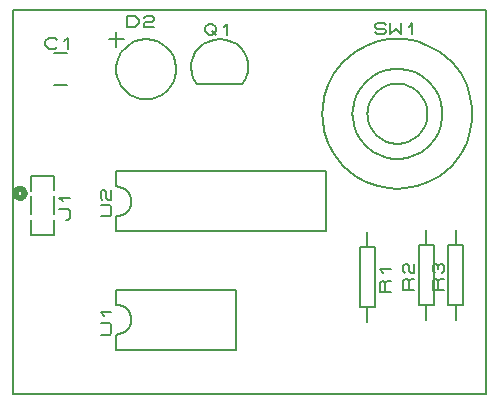
<source format=gbr>
G04 PROTEUS GERBER X2 FILE*
%TF.GenerationSoftware,Labcenter,Proteus,8.6-SP2-Build23525*%
%TF.CreationDate,2021-09-08T15:11:20+00:00*%
%TF.FileFunction,Legend,Top*%
%TF.FilePolarity,Positive*%
%TF.Part,Single*%
%FSLAX45Y45*%
%MOMM*%
G01*
%TA.AperFunction,Material*%
%ADD70C,0.200000*%
%ADD71C,0.203200*%
%ADD20C,0.508000*%
%ADD21C,0.152400*%
%TA.AperFunction,Profile*%
%ADD19C,0.203200*%
%TD.AperFunction*%
D70*
X+345000Y+3115000D02*
X+455000Y+3115000D01*
X+345000Y+3385000D02*
X+455000Y+3385000D01*
D71*
X+368250Y+3440720D02*
X+352375Y+3425480D01*
X+304750Y+3425480D01*
X+273000Y+3455960D01*
X+273000Y+3486440D01*
X+304750Y+3516920D01*
X+352375Y+3516920D01*
X+368250Y+3501680D01*
X+431750Y+3486440D02*
X+463500Y+3516920D01*
X+463500Y+3425480D01*
D20*
X+97600Y+2200000D02*
X+97469Y+2203158D01*
X+96403Y+2209476D01*
X+94172Y+2215794D01*
X+90527Y+2222112D01*
X+84952Y+2228351D01*
X+78634Y+2232947D01*
X+72316Y+2235880D01*
X+65998Y+2237542D01*
X+59680Y+2238100D01*
X+59500Y+2238100D01*
X+21400Y+2200000D02*
X+21531Y+2203158D01*
X+22597Y+2209476D01*
X+24828Y+2215794D01*
X+28473Y+2222112D01*
X+34048Y+2228351D01*
X+40366Y+2232947D01*
X+46684Y+2235880D01*
X+53002Y+2237542D01*
X+59320Y+2238100D01*
X+59500Y+2238100D01*
X+21400Y+2200000D02*
X+21531Y+2196842D01*
X+22597Y+2190524D01*
X+24828Y+2184206D01*
X+28473Y+2177888D01*
X+34048Y+2171649D01*
X+40366Y+2167053D01*
X+46684Y+2164120D01*
X+53002Y+2162458D01*
X+59320Y+2161900D01*
X+59500Y+2161900D01*
X+97600Y+2200000D02*
X+97469Y+2196842D01*
X+96403Y+2190524D01*
X+94172Y+2184206D01*
X+90527Y+2177888D01*
X+84952Y+2171649D01*
X+78634Y+2167053D01*
X+72316Y+2164120D01*
X+65998Y+2162458D01*
X+59680Y+2161900D01*
X+59500Y+2161900D01*
D21*
X+149340Y+2348920D02*
X+149340Y+2222407D01*
X+149340Y+1851080D02*
X+350000Y+1851080D01*
X+350000Y+1974809D01*
X+350000Y+2348920D02*
X+149340Y+2348920D01*
X+149340Y+1977593D02*
X+149340Y+1851080D01*
X+350000Y+2025191D02*
X+350000Y+2174809D01*
X+350000Y+2225191D02*
X+350000Y+2348920D01*
X+149340Y+2177593D02*
X+149340Y+2022407D01*
D71*
X+449060Y+1973000D02*
X+464300Y+1973000D01*
X+479540Y+1988875D01*
X+479540Y+2052375D01*
X+464300Y+2068250D01*
X+388100Y+2068250D01*
X+418580Y+2131750D02*
X+388100Y+2163500D01*
X+479540Y+2163500D01*
X+1381000Y+3250000D02*
X+1380173Y+3270483D01*
X+1373455Y+3311450D01*
X+1359437Y+3352417D01*
X+1336659Y+3393384D01*
X+1301859Y+3434229D01*
X+1260892Y+3465845D01*
X+1219925Y+3486392D01*
X+1178958Y+3498629D01*
X+1137991Y+3503762D01*
X+1127000Y+3504000D01*
X+873000Y+3250000D02*
X+873827Y+3270483D01*
X+880545Y+3311450D01*
X+894563Y+3352417D01*
X+917341Y+3393384D01*
X+952141Y+3434229D01*
X+993108Y+3465845D01*
X+1034075Y+3486392D01*
X+1075042Y+3498629D01*
X+1116009Y+3503762D01*
X+1127000Y+3504000D01*
X+873000Y+3250000D02*
X+873827Y+3229517D01*
X+880545Y+3188550D01*
X+894563Y+3147583D01*
X+917341Y+3106616D01*
X+952141Y+3065771D01*
X+993108Y+3034155D01*
X+1034075Y+3013608D01*
X+1075042Y+3001371D01*
X+1116009Y+2996238D01*
X+1127000Y+2996000D01*
X+1381000Y+3250000D02*
X+1380173Y+3229517D01*
X+1373455Y+3188550D01*
X+1359437Y+3147583D01*
X+1336659Y+3106616D01*
X+1301859Y+3065771D01*
X+1260892Y+3034155D01*
X+1219925Y+3013608D01*
X+1178958Y+3001371D01*
X+1137991Y+2996238D01*
X+1127000Y+2996000D01*
X+809500Y+3504000D02*
X+936500Y+3504000D01*
X+873000Y+3567500D02*
X+873000Y+3440500D01*
X+968250Y+3608140D02*
X+968250Y+3699580D01*
X+1031750Y+3699580D01*
X+1063500Y+3669100D01*
X+1063500Y+3638620D01*
X+1031750Y+3608140D01*
X+968250Y+3608140D01*
X+1111125Y+3684340D02*
X+1127000Y+3699580D01*
X+1174625Y+3699580D01*
X+1190500Y+3684340D01*
X+1190500Y+3669100D01*
X+1174625Y+3653860D01*
X+1127000Y+3653860D01*
X+1111125Y+3638620D01*
X+1111125Y+3608140D01*
X+1190500Y+3608140D01*
X+1559500Y+3123000D02*
X+1940500Y+3123000D01*
X+1508700Y+3250000D02*
X+1510883Y+3226312D01*
X+1516638Y+3203367D01*
X+1534100Y+3162688D01*
X+1559500Y+3123000D01*
X+1508700Y+3250000D02*
X+1509562Y+3301935D01*
X+1520953Y+3349963D01*
X+1541795Y+3393154D01*
X+1571009Y+3430578D01*
X+1607516Y+3461305D01*
X+1650236Y+3484404D01*
X+1698090Y+3498946D01*
X+1750000Y+3504000D01*
X+1991300Y+3250000D02*
X+1989117Y+3226312D01*
X+1983362Y+3203367D01*
X+1965900Y+3162688D01*
X+1940500Y+3123000D01*
X+1991300Y+3250000D02*
X+1990438Y+3301935D01*
X+1979047Y+3349963D01*
X+1958205Y+3393154D01*
X+1928991Y+3430578D01*
X+1892484Y+3461305D01*
X+1849764Y+3484404D01*
X+1801910Y+3498946D01*
X+1750000Y+3504000D01*
X+1623000Y+3605600D02*
X+1654750Y+3636080D01*
X+1686500Y+3636080D01*
X+1718250Y+3605600D01*
X+1718250Y+3575120D01*
X+1686500Y+3544640D01*
X+1654750Y+3544640D01*
X+1623000Y+3575120D01*
X+1623000Y+3605600D01*
X+1686500Y+3575120D02*
X+1718250Y+3544640D01*
X+1781750Y+3605600D02*
X+1813500Y+3636080D01*
X+1813500Y+3544640D01*
X+873000Y+1258000D02*
X+873000Y+1385000D01*
X+1889000Y+1385000D01*
X+1889000Y+877000D01*
X+873000Y+877000D01*
X+873000Y+1004000D01*
X+1000000Y+1131000D02*
X+997564Y+1156876D01*
X+990515Y+1180848D01*
X+979238Y+1202438D01*
X+964122Y+1221170D01*
X+945554Y+1236569D01*
X+923919Y+1248158D01*
X+899606Y+1255460D01*
X+873000Y+1258000D01*
X+1000000Y+1131000D02*
X+997564Y+1104394D01*
X+990515Y+1080081D01*
X+979238Y+1058446D01*
X+964122Y+1039878D01*
X+945554Y+1024762D01*
X+923919Y+1013485D01*
X+899606Y+1006436D01*
X+873000Y+1004000D01*
X+740920Y+1004000D02*
X+817120Y+1004000D01*
X+832360Y+1019875D01*
X+832360Y+1083375D01*
X+817120Y+1099250D01*
X+740920Y+1099250D01*
X+771400Y+1162750D02*
X+740920Y+1194500D01*
X+832360Y+1194500D01*
X+873000Y+2258000D02*
X+873000Y+2385000D01*
X+873000Y+1877000D02*
X+873000Y+2004000D01*
X+1000000Y+2131000D02*
X+997564Y+2156876D01*
X+990515Y+2180848D01*
X+979238Y+2202438D01*
X+964122Y+2221170D01*
X+945554Y+2236569D01*
X+923919Y+2248158D01*
X+899606Y+2255460D01*
X+873000Y+2258000D01*
X+1000000Y+2131000D02*
X+997564Y+2104394D01*
X+990515Y+2080081D01*
X+979238Y+2058446D01*
X+964122Y+2039878D01*
X+945554Y+2024762D01*
X+923919Y+2013485D01*
X+899606Y+2006436D01*
X+873000Y+2004000D01*
X+873000Y+1877000D02*
X+2651000Y+1877000D01*
X+2651000Y+2385000D01*
X+873000Y+2385000D01*
X+740920Y+2004000D02*
X+817120Y+2004000D01*
X+832360Y+2019875D01*
X+832360Y+2083375D01*
X+817120Y+2099250D01*
X+740920Y+2099250D01*
X+756160Y+2146875D02*
X+740920Y+2162750D01*
X+740920Y+2210375D01*
X+756160Y+2226250D01*
X+771400Y+2226250D01*
X+786640Y+2210375D01*
X+786640Y+2162750D01*
X+801880Y+2146875D01*
X+832360Y+2146875D01*
X+832360Y+2226250D01*
X+3889000Y+2873000D02*
X+3887119Y+2921845D01*
X+3871861Y+3019537D01*
X+3840155Y+3117229D01*
X+3789084Y+3214921D01*
X+3712220Y+3312613D01*
X+3614721Y+3395595D01*
X+3517029Y+3450963D01*
X+3419337Y+3486098D01*
X+3321645Y+3504387D01*
X+3254000Y+3508000D01*
X+2619000Y+2873000D02*
X+2620881Y+2921845D01*
X+2636139Y+3019537D01*
X+2667845Y+3117229D01*
X+2718916Y+3214921D01*
X+2795780Y+3312613D01*
X+2893279Y+3395595D01*
X+2990971Y+3450963D01*
X+3088663Y+3486098D01*
X+3186355Y+3504387D01*
X+3254000Y+3508000D01*
X+2619000Y+2873000D02*
X+2620881Y+2824155D01*
X+2636139Y+2726463D01*
X+2667845Y+2628771D01*
X+2718916Y+2531079D01*
X+2795780Y+2433387D01*
X+2893279Y+2350405D01*
X+2990971Y+2295037D01*
X+3088663Y+2259902D01*
X+3186355Y+2241613D01*
X+3254000Y+2238000D01*
X+3889000Y+2873000D02*
X+3887119Y+2824155D01*
X+3871861Y+2726463D01*
X+3840155Y+2628771D01*
X+3789084Y+2531079D01*
X+3712220Y+2433387D01*
X+3614721Y+2350405D01*
X+3517029Y+2295037D01*
X+3419337Y+2259902D01*
X+3321645Y+2241613D01*
X+3254000Y+2238000D01*
X+3508000Y+2873000D02*
X+3507173Y+2893483D01*
X+3500455Y+2934450D01*
X+3486437Y+2975417D01*
X+3463659Y+3016384D01*
X+3428859Y+3057229D01*
X+3387892Y+3088845D01*
X+3346925Y+3109392D01*
X+3305958Y+3121629D01*
X+3264991Y+3126762D01*
X+3254000Y+3127000D01*
X+3000000Y+2873000D02*
X+3000827Y+2893483D01*
X+3007545Y+2934450D01*
X+3021563Y+2975417D01*
X+3044341Y+3016384D01*
X+3079141Y+3057229D01*
X+3120108Y+3088845D01*
X+3161075Y+3109392D01*
X+3202042Y+3121629D01*
X+3243009Y+3126762D01*
X+3254000Y+3127000D01*
X+3000000Y+2873000D02*
X+3000827Y+2852517D01*
X+3007545Y+2811550D01*
X+3021563Y+2770583D01*
X+3044341Y+2729616D01*
X+3079141Y+2688771D01*
X+3120108Y+2657155D01*
X+3161075Y+2636608D01*
X+3202042Y+2624371D01*
X+3243009Y+2619238D01*
X+3254000Y+2619000D01*
X+3508000Y+2873000D02*
X+3507173Y+2852517D01*
X+3500455Y+2811550D01*
X+3486437Y+2770583D01*
X+3463659Y+2729616D01*
X+3428859Y+2688771D01*
X+3387892Y+2657155D01*
X+3346925Y+2636608D01*
X+3305958Y+2624371D01*
X+3264991Y+2619238D01*
X+3254000Y+2619000D01*
X+3635000Y+2873000D02*
X+3633798Y+2903237D01*
X+3624043Y+2963713D01*
X+3603718Y+3024189D01*
X+3570795Y+3084665D01*
X+3520674Y+3145114D01*
X+3460198Y+3193380D01*
X+3399722Y+3225031D01*
X+3339246Y+3244341D01*
X+3278770Y+3253194D01*
X+3254000Y+3254000D01*
X+2873000Y+2873000D02*
X+2874202Y+2903237D01*
X+2883957Y+2963713D01*
X+2904282Y+3024189D01*
X+2937205Y+3084665D01*
X+2987326Y+3145114D01*
X+3047802Y+3193380D01*
X+3108278Y+3225031D01*
X+3168754Y+3244341D01*
X+3229230Y+3253194D01*
X+3254000Y+3254000D01*
X+2873000Y+2873000D02*
X+2874202Y+2842763D01*
X+2883957Y+2782287D01*
X+2904282Y+2721811D01*
X+2937205Y+2661335D01*
X+2987326Y+2600886D01*
X+3047802Y+2552620D01*
X+3108278Y+2520969D01*
X+3168754Y+2501659D01*
X+3229230Y+2492806D01*
X+3254000Y+2492000D01*
X+3635000Y+2873000D02*
X+3633798Y+2842763D01*
X+3624043Y+2782287D01*
X+3603718Y+2721811D01*
X+3570795Y+2661335D01*
X+3520674Y+2600886D01*
X+3460198Y+2552620D01*
X+3399722Y+2520969D01*
X+3339246Y+2501659D01*
X+3278770Y+2492806D01*
X+3254000Y+2492000D01*
X+3063500Y+3563880D02*
X+3079375Y+3548640D01*
X+3142875Y+3548640D01*
X+3158750Y+3563880D01*
X+3158750Y+3579120D01*
X+3142875Y+3594360D01*
X+3079375Y+3594360D01*
X+3063500Y+3609600D01*
X+3063500Y+3624840D01*
X+3079375Y+3640080D01*
X+3142875Y+3640080D01*
X+3158750Y+3624840D01*
X+3190500Y+3640080D02*
X+3190500Y+3548640D01*
X+3238125Y+3594360D01*
X+3285750Y+3548640D01*
X+3285750Y+3640080D01*
X+3349250Y+3609600D02*
X+3381000Y+3640080D01*
X+3381000Y+3548640D01*
X+3000000Y+1873000D02*
X+3000000Y+1746000D01*
X+2936500Y+1238000D02*
X+3063500Y+1238000D01*
X+3063500Y+1746000D01*
X+2936500Y+1746000D01*
X+2936500Y+1238000D01*
X+3000000Y+1238000D02*
X+3000000Y+1111000D01*
X+3195580Y+1365000D02*
X+3104140Y+1365000D01*
X+3104140Y+1444375D01*
X+3119380Y+1460250D01*
X+3134620Y+1460250D01*
X+3149860Y+1444375D01*
X+3149860Y+1365000D01*
X+3149860Y+1444375D02*
X+3165100Y+1460250D01*
X+3195580Y+1460250D01*
X+3134620Y+1523750D02*
X+3104140Y+1555500D01*
X+3195580Y+1555500D01*
X+3500000Y+1127000D02*
X+3500000Y+1254000D01*
X+3436500Y+1254000D02*
X+3563500Y+1254000D01*
X+3563500Y+1762000D01*
X+3436500Y+1762000D01*
X+3436500Y+1254000D01*
X+3500000Y+1762000D02*
X+3500000Y+1889000D01*
X+3395860Y+1381000D02*
X+3304420Y+1381000D01*
X+3304420Y+1460375D01*
X+3319660Y+1476250D01*
X+3334900Y+1476250D01*
X+3350140Y+1460375D01*
X+3350140Y+1381000D01*
X+3350140Y+1460375D02*
X+3365380Y+1476250D01*
X+3395860Y+1476250D01*
X+3319660Y+1523875D02*
X+3304420Y+1539750D01*
X+3304420Y+1587375D01*
X+3319660Y+1603250D01*
X+3334900Y+1603250D01*
X+3350140Y+1587375D01*
X+3350140Y+1539750D01*
X+3365380Y+1523875D01*
X+3395860Y+1523875D01*
X+3395860Y+1603250D01*
X+3750000Y+1127000D02*
X+3750000Y+1254000D01*
X+3686500Y+1254000D02*
X+3813500Y+1254000D01*
X+3813500Y+1762000D01*
X+3686500Y+1762000D01*
X+3686500Y+1254000D01*
X+3750000Y+1762000D02*
X+3750000Y+1889000D01*
X+3645860Y+1381000D02*
X+3554420Y+1381000D01*
X+3554420Y+1460375D01*
X+3569660Y+1476250D01*
X+3584900Y+1476250D01*
X+3600140Y+1460375D01*
X+3600140Y+1381000D01*
X+3600140Y+1460375D02*
X+3615380Y+1476250D01*
X+3645860Y+1476250D01*
X+3569660Y+1523875D02*
X+3554420Y+1539750D01*
X+3554420Y+1587375D01*
X+3569660Y+1603250D01*
X+3584900Y+1603250D01*
X+3600140Y+1587375D01*
X+3615380Y+1603250D01*
X+3630620Y+1603250D01*
X+3645860Y+1587375D01*
X+3645860Y+1539750D01*
X+3630620Y+1523875D01*
X+3600140Y+1555625D02*
X+3600140Y+1587375D01*
D19*
X+0Y+500000D02*
X+4000000Y+500000D01*
X+4000000Y+3750000D01*
X+0Y+3750000D01*
X+0Y+500000D01*
M02*

</source>
